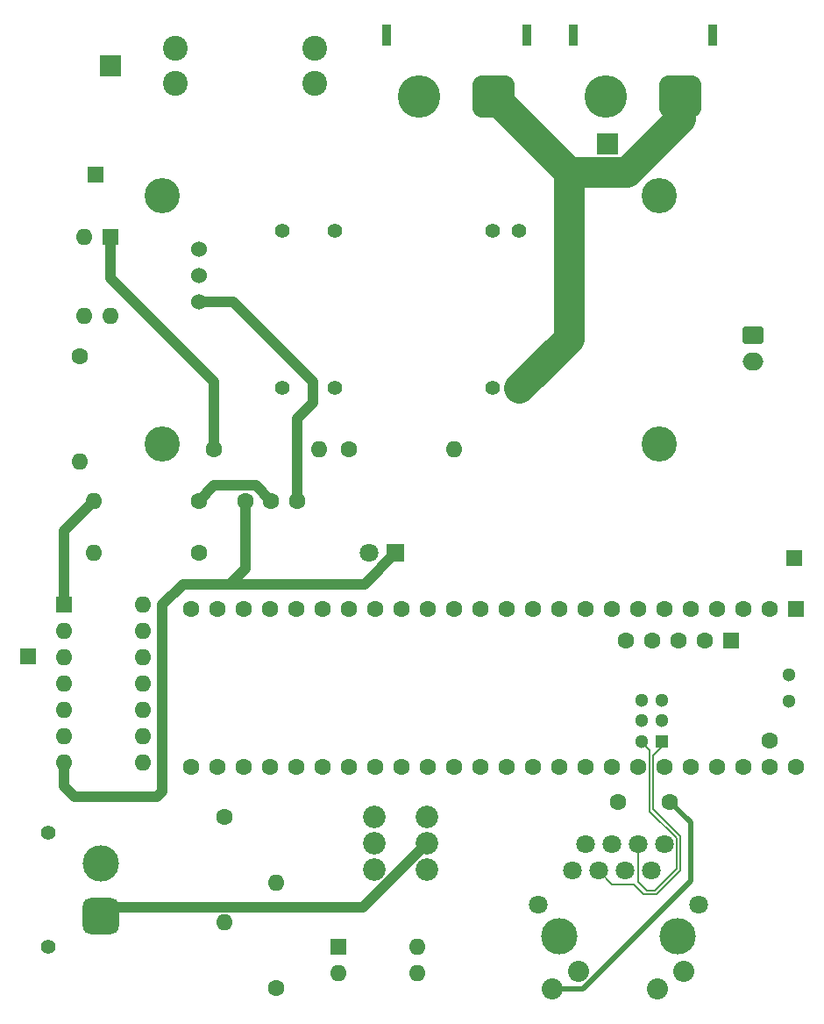
<source format=gbr>
%TF.GenerationSoftware,KiCad,Pcbnew,8.0.8-8.0.8-0~ubuntu22.04.1*%
%TF.CreationDate,2025-02-11T09:02:01+00:00*%
%TF.ProjectId,miniv_motor_controller_board,6d696e69-765f-46d6-9f74-6f725f636f6e,rev?*%
%TF.SameCoordinates,Original*%
%TF.FileFunction,Copper,L2,Bot*%
%TF.FilePolarity,Positive*%
%FSLAX46Y46*%
G04 Gerber Fmt 4.6, Leading zero omitted, Abs format (unit mm)*
G04 Created by KiCad (PCBNEW 8.0.8-8.0.8-0~ubuntu22.04.1) date 2025-02-11 09:02:01*
%MOMM*%
%LPD*%
G01*
G04 APERTURE LIST*
G04 Aperture macros list*
%AMRoundRect*
0 Rectangle with rounded corners*
0 $1 Rounding radius*
0 $2 $3 $4 $5 $6 $7 $8 $9 X,Y pos of 4 corners*
0 Add a 4 corners polygon primitive as box body*
4,1,4,$2,$3,$4,$5,$6,$7,$8,$9,$2,$3,0*
0 Add four circle primitives for the rounded corners*
1,1,$1+$1,$2,$3*
1,1,$1+$1,$4,$5*
1,1,$1+$1,$6,$7*
1,1,$1+$1,$8,$9*
0 Add four rect primitives between the rounded corners*
20,1,$1+$1,$2,$3,$4,$5,0*
20,1,$1+$1,$4,$5,$6,$7,0*
20,1,$1+$1,$6,$7,$8,$9,0*
20,1,$1+$1,$8,$9,$2,$3,0*%
G04 Aperture macros list end*
%TA.AperFunction,ComponentPad*%
%ADD10C,1.600000*%
%TD*%
%TA.AperFunction,ComponentPad*%
%ADD11O,1.600000X1.600000*%
%TD*%
%TA.AperFunction,ComponentPad*%
%ADD12RoundRect,0.250000X-0.750000X0.600000X-0.750000X-0.600000X0.750000X-0.600000X0.750000X0.600000X0*%
%TD*%
%TA.AperFunction,ComponentPad*%
%ADD13O,2.000000X1.700000*%
%TD*%
%TA.AperFunction,ComponentPad*%
%ADD14RoundRect,0.250000X-0.550000X-0.550000X0.550000X-0.550000X0.550000X0.550000X-0.550000X0.550000X0*%
%TD*%
%TA.AperFunction,ComponentPad*%
%ADD15R,1.600000X1.600000*%
%TD*%
%TA.AperFunction,ComponentPad*%
%ADD16R,0.900000X2.000000*%
%TD*%
%TA.AperFunction,ComponentPad*%
%ADD17RoundRect,1.025000X-1.025000X-1.025000X1.025000X-1.025000X1.025000X1.025000X-1.025000X1.025000X0*%
%TD*%
%TA.AperFunction,ComponentPad*%
%ADD18C,4.100000*%
%TD*%
%TA.AperFunction,ComponentPad*%
%ADD19R,1.300000X1.300000*%
%TD*%
%TA.AperFunction,ComponentPad*%
%ADD20C,1.300000*%
%TD*%
%TA.AperFunction,ComponentPad*%
%ADD21C,1.400000*%
%TD*%
%TA.AperFunction,ComponentPad*%
%ADD22RoundRect,0.770000X0.980000X-0.980000X0.980000X0.980000X-0.980000X0.980000X-0.980000X-0.980000X0*%
%TD*%
%TA.AperFunction,ComponentPad*%
%ADD23C,3.500000*%
%TD*%
%TA.AperFunction,ComponentPad*%
%ADD24RoundRect,0.250001X-0.799999X-0.799999X0.799999X-0.799999X0.799999X0.799999X-0.799999X0.799999X0*%
%TD*%
%TA.AperFunction,ComponentPad*%
%ADD25C,2.180000*%
%TD*%
%TA.AperFunction,ComponentPad*%
%ADD26C,1.800000*%
%TD*%
%TA.AperFunction,ComponentPad*%
%ADD27C,2.040000*%
%TD*%
%TA.AperFunction,ComponentPad*%
%ADD28C,1.524000*%
%TD*%
%TA.AperFunction,ComponentPad*%
%ADD29C,2.400000*%
%TD*%
%TA.AperFunction,ComponentPad*%
%ADD30C,3.400000*%
%TD*%
%TA.AperFunction,ComponentPad*%
%ADD31R,1.800000X1.800000*%
%TD*%
%TA.AperFunction,Conductor*%
%ADD32C,1.000000*%
%TD*%
%TA.AperFunction,Conductor*%
%ADD33C,0.127000*%
%TD*%
%TA.AperFunction,Conductor*%
%ADD34C,0.500000*%
%TD*%
%TA.AperFunction,Conductor*%
%ADD35C,3.000000*%
%TD*%
G04 APERTURE END LIST*
D10*
%TO.P,R5,1*%
%TO.N,Net-(R5-Pad1)*%
X68000000Y-144000000D03*
D11*
%TO.P,R5,2*%
%TO.N,Net-(R5-Pad2)*%
X68000000Y-133840000D03*
%TD*%
D12*
%TO.P,J4,1,Pin_1*%
%TO.N,Net-(J4-Pin_1)*%
X114000000Y-81000000D03*
D13*
%TO.P,J4,2,Pin_2*%
%TO.N,Net-(J4-Pin_2)*%
X114000000Y-83500000D03*
%TD*%
D14*
%TO.P,JP4,1,A*%
%TO.N,Net-(JP4-A)*%
X44000000Y-112000000D03*
%TD*%
D15*
%TO.P,U2,1*%
%TO.N,Net-(R5-Pad2)*%
X74000000Y-140000000D03*
D11*
%TO.P,U2,2*%
%TO.N,Net-(SW1-A-Pad1)*%
X74000000Y-142540000D03*
%TO.P,U2,3*%
%TO.N,Net-(SW1-C-Pad3)*%
X81620000Y-142540000D03*
%TO.P,U2,4*%
%TO.N,Net-(SW1-C-Pad6)*%
X81620000Y-140000000D03*
%TD*%
D16*
%TO.P,J2,*%
%TO.N,*%
X78650000Y-52000000D03*
X92150000Y-52000000D03*
D17*
%TO.P,J2,1,Pin_1*%
%TO.N,GNDREF_Bat*%
X89000000Y-58000000D03*
D18*
%TO.P,J2,2,Pin_2*%
%TO.N,Net-(J2-Pin_2)*%
X81800000Y-58000000D03*
%TD*%
D14*
%TO.P,JP6,1,A*%
%TO.N,+12V*%
X50500000Y-65500000D03*
%TD*%
D15*
%TO.P,U1,1,GND*%
%TO.N,GNDREF*%
X118210000Y-107380000D03*
D10*
%TO.P,U1,2,0_RX1_CRX2_CS1*%
%TO.N,unconnected-(U1-0_RX1_CRX2_CS1-Pad2)*%
X115670000Y-107380000D03*
%TO.P,U1,3,1_TX1_CTX2_MISO1*%
%TO.N,unconnected-(U1-1_TX1_CTX2_MISO1-Pad3)*%
X113130000Y-107380000D03*
%TO.P,U1,4,2_OUT2*%
%TO.N,unconnected-(U1-2_OUT2-Pad4)*%
X110590000Y-107380000D03*
%TO.P,U1,5,3_LRCLK2*%
%TO.N,unconnected-(U1-3_LRCLK2-Pad5)*%
X108050000Y-107380000D03*
%TO.P,U1,6,4_BCLK2*%
%TO.N,unconnected-(U1-4_BCLK2-Pad6)*%
X105510000Y-107380000D03*
%TO.P,U1,7,5_IN2*%
%TO.N,unconnected-(U1-5_IN2-Pad7)*%
X102970000Y-107380000D03*
%TO.P,U1,8,6_OUT1D*%
%TO.N,unconnected-(U1-6_OUT1D-Pad8)*%
X100430000Y-107380000D03*
%TO.P,U1,9,7_RX2_OUT1A*%
%TO.N,unconnected-(U1-7_RX2_OUT1A-Pad9)*%
X97890000Y-107380000D03*
%TO.P,U1,10,8_TX2_IN1*%
%TO.N,unconnected-(U1-8_TX2_IN1-Pad10)*%
X95350000Y-107380000D03*
%TO.P,U1,11,9_OUT1C*%
%TO.N,unconnected-(U1-9_OUT1C-Pad11)*%
X92810000Y-107380000D03*
%TO.P,U1,12,10_CS_MQSR*%
%TO.N,unconnected-(U1-10_CS_MQSR-Pad12)*%
X90270000Y-107380000D03*
%TO.P,U1,13,11_MOSI_CTX1*%
%TO.N,unconnected-(U1-11_MOSI_CTX1-Pad13)*%
X87730000Y-107380000D03*
%TO.P,U1,14,12_MISO_MQSL*%
%TO.N,unconnected-(U1-12_MISO_MQSL-Pad14)*%
X85190000Y-107380000D03*
%TO.P,U1,15,3V3*%
%TO.N,unconnected-(U1-3V3-Pad15)*%
X82650000Y-107380000D03*
%TO.P,U1,16,24_A10_TX6_SCL2*%
%TO.N,unconnected-(U1-24_A10_TX6_SCL2-Pad16)*%
X80110000Y-107380000D03*
%TO.P,U1,17,25_A11_RX6_SDA2*%
%TO.N,unconnected-(U1-25_A11_RX6_SDA2-Pad17)*%
X77570000Y-107380000D03*
%TO.P,U1,18,26_A12_MOSI1*%
%TO.N,unconnected-(U1-26_A12_MOSI1-Pad18)*%
X75030000Y-107380000D03*
%TO.P,U1,19,27_A13_SCK1*%
%TO.N,unconnected-(U1-27_A13_SCK1-Pad19)*%
X72490000Y-107380000D03*
%TO.P,U1,20,28_RX7*%
%TO.N,unconnected-(U1-28_RX7-Pad20)*%
X69950000Y-107380000D03*
%TO.P,U1,21,29_TX7*%
%TO.N,unconnected-(U1-29_TX7-Pad21)*%
X67410000Y-107380000D03*
%TO.P,U1,22,30_CRX3*%
%TO.N,unconnected-(U1-30_CRX3-Pad22)*%
X64870000Y-107380000D03*
%TO.P,U1,23,31_CTX3*%
%TO.N,unconnected-(U1-31_CTX3-Pad23)*%
X62330000Y-107380000D03*
%TO.P,U1,24,32_OUT1B*%
%TO.N,unconnected-(U1-32_OUT1B-Pad24)*%
X59790000Y-107380000D03*
%TO.P,U1,25,33_MCLK2*%
%TO.N,unconnected-(U1-33_MCLK2-Pad25)*%
X59790000Y-122620000D03*
%TO.P,U1,26,34_RX8*%
%TO.N,unconnected-(U1-34_RX8-Pad26)*%
X62330000Y-122620000D03*
%TO.P,U1,27,35_TX8*%
%TO.N,unconnected-(U1-35_TX8-Pad27)*%
X64870000Y-122620000D03*
%TO.P,U1,28,36_CS*%
%TO.N,unconnected-(U1-36_CS-Pad28)*%
X67410000Y-122620000D03*
%TO.P,U1,29,37_CS*%
%TO.N,unconnected-(U1-37_CS-Pad29)*%
X69950000Y-122620000D03*
%TO.P,U1,30,38_CS1_IN1*%
%TO.N,unconnected-(U1-38_CS1_IN1-Pad30)*%
X72490000Y-122620000D03*
%TO.P,U1,31,39_MISO1_OUT1A*%
%TO.N,unconnected-(U1-39_MISO1_OUT1A-Pad31)*%
X75030000Y-122620000D03*
%TO.P,U1,32,40_A16*%
%TO.N,unconnected-(U1-40_A16-Pad32)*%
X77570000Y-122620000D03*
%TO.P,U1,33,41_A17*%
%TO.N,Net-(U1-41_A17)*%
X80110000Y-122620000D03*
%TO.P,U1,34,GND*%
%TO.N,Net-(SW1-A-Pad1)*%
X82650000Y-122620000D03*
%TO.P,U1,35,13_SCK_LED*%
%TO.N,unconnected-(U1-13_SCK_LED-Pad35)*%
X85190000Y-122620000D03*
%TO.P,U1,36,14_A0_TX3_SPDIF_OUT*%
%TO.N,unconnected-(U1-14_A0_TX3_SPDIF_OUT-Pad36)*%
X87730000Y-122620000D03*
%TO.P,U1,37,15_A1_RX3_SPDIF_IN*%
%TO.N,unconnected-(U1-15_A1_RX3_SPDIF_IN-Pad37)*%
X90270000Y-122620000D03*
%TO.P,U1,38,16_A2_RX4_SCL1*%
%TO.N,unconnected-(U1-16_A2_RX4_SCL1-Pad38)*%
X92810000Y-122620000D03*
%TO.P,U1,39,17_A3_TX4_SDA1*%
%TO.N,unconnected-(U1-17_A3_TX4_SDA1-Pad39)*%
X95350000Y-122620000D03*
%TO.P,U1,40,18_A4_SDA*%
%TO.N,unconnected-(U1-18_A4_SDA-Pad40)*%
X97890000Y-122620000D03*
%TO.P,U1,41,19_A5_SCL*%
%TO.N,unconnected-(U1-19_A5_SCL-Pad41)*%
X100430000Y-122620000D03*
%TO.P,U1,42,20_A6_TX5_LRCLK1*%
%TO.N,unconnected-(U1-20_A6_TX5_LRCLK1-Pad42)*%
X102970000Y-122620000D03*
%TO.P,U1,43,21_A7_RX5_BCLK1*%
%TO.N,unconnected-(U1-21_A7_RX5_BCLK1-Pad43)*%
X105510000Y-122620000D03*
%TO.P,U1,44,22_A8_CTX1*%
%TO.N,unconnected-(U1-22_A8_CTX1-Pad44)*%
X108050000Y-122620000D03*
%TO.P,U1,45,23_A9_CRX1_MCLK1*%
%TO.N,unconnected-(U1-23_A9_CRX1_MCLK1-Pad45)*%
X110590000Y-122620000D03*
%TO.P,U1,46,3V3*%
%TO.N,unconnected-(U1-3V3-Pad46)*%
X113130000Y-122620000D03*
%TO.P,U1,47,GND*%
%TO.N,unconnected-(U1-GND-Pad47)*%
X115670000Y-122620000D03*
%TO.P,U1,48,VIN*%
%TO.N,Net-(M78AR05-1-Vout)*%
X118210000Y-122620000D03*
%TO.P,U1,49,VUSB*%
%TO.N,unconnected-(U1-VUSB-Pad49)*%
X115670000Y-120080000D03*
D15*
%TO.P,U1,55,5V*%
%TO.N,unconnected-(U1-5V-Pad55)*%
X111910800Y-110430800D03*
D10*
%TO.P,U1,56,D-*%
%TO.N,unconnected-(U1-D--Pad56)*%
X109370800Y-110430800D03*
%TO.P,U1,57,D+*%
%TO.N,unconnected-(U1-D+-Pad57)*%
X106830800Y-110430800D03*
%TO.P,U1,58,GND*%
%TO.N,unconnected-(U1-GND-Pad58)*%
X104290800Y-110430800D03*
%TO.P,U1,59,GND*%
%TO.N,unconnected-(U1-GND-Pad59)*%
X101750800Y-110430800D03*
D19*
%TO.P,U1,60,R+*%
%TO.N,Net-(U1-R+)*%
X105240000Y-120181600D03*
D20*
%TO.P,U1,61,LED*%
%TO.N,Net-(U1-LED)*%
X105240000Y-118181600D03*
%TO.P,U1,62,T-*%
%TO.N,Net-(U1-T-)*%
X105240000Y-116181600D03*
%TO.P,U1,63,T+*%
%TO.N,Net-(U1-T+)*%
X103240000Y-116181600D03*
%TO.P,U1,64,GND*%
%TO.N,Net-(U5-GND)*%
X103240000Y-118181600D03*
%TO.P,U1,65,R-*%
%TO.N,Net-(U1-R-)*%
X103240000Y-120181600D03*
%TO.P,U1,66,D-*%
%TO.N,unconnected-(U1-D--Pad66)*%
X117480000Y-116270000D03*
%TO.P,U1,67,D+*%
%TO.N,unconnected-(U1-D+-Pad67)*%
X117480000Y-113730000D03*
%TD*%
D21*
%TO.P,J3,*%
%TO.N,*%
X46000000Y-140000000D03*
X46000000Y-129000000D03*
D22*
%TO.P,J3,1,Pin_1*%
%TO.N,Net-(J3-Pin_1)*%
X51000000Y-137000000D03*
D23*
%TO.P,J3,2,Pin_2*%
%TO.N,Net-(J3-Pin_2)*%
X51000000Y-132000000D03*
%TD*%
D10*
%TO.P,R1,1*%
%TO.N,Net-(SW2-B)*%
X60500000Y-97000000D03*
D11*
%TO.P,R1,2*%
%TO.N,Net-(U6-1A)*%
X50340000Y-97000000D03*
%TD*%
D16*
%TO.P,J1,*%
%TO.N,*%
X96650000Y-52000000D03*
X110150000Y-52000000D03*
D17*
%TO.P,J1,1,Pin_1*%
%TO.N,GNDREF_Bat*%
X107000000Y-58000000D03*
D18*
%TO.P,J1,2,Pin_2*%
%TO.N,Net-(J1-Pin_2)*%
X99800000Y-58000000D03*
%TD*%
D24*
%TO.P,JP7,1,A*%
%TO.N,Net-(J1-Pin_2)*%
X100000000Y-62500000D03*
%TD*%
D15*
%TO.P,U6,1,1A*%
%TO.N,Net-(U6-1A)*%
X47500000Y-107000000D03*
D11*
%TO.P,U6,2,1B*%
%TO.N,Net-(U6-1B)*%
X47500000Y-109540000D03*
%TO.P,U6,3,1Y*%
%TO.N,Net-(JP4-A)*%
X47500000Y-112080000D03*
%TO.P,U6,4,2A*%
%TO.N,unconnected-(U6-2A-Pad4)*%
X47500000Y-114620000D03*
%TO.P,U6,5,2B*%
%TO.N,unconnected-(U6-2B-Pad5)*%
X47500000Y-117160000D03*
%TO.P,U6,6,2Y*%
%TO.N,unconnected-(U6-2Y-Pad6)*%
X47500000Y-119700000D03*
%TO.P,U6,7,GND*%
%TO.N,GNDREF*%
X47500000Y-122240000D03*
%TO.P,U6,8,3Y*%
%TO.N,unconnected-(U6-3Y-Pad8)*%
X55120000Y-122240000D03*
%TO.P,U6,9,3A*%
%TO.N,unconnected-(U6-3A-Pad9)*%
X55120000Y-119700000D03*
%TO.P,U6,10,3B*%
%TO.N,unconnected-(U6-3B-Pad10)*%
X55120000Y-117160000D03*
%TO.P,U6,11,4Y*%
%TO.N,unconnected-(U6-4Y-Pad11)*%
X55120000Y-114620000D03*
%TO.P,U6,12,4A*%
%TO.N,unconnected-(U6-4A-Pad12)*%
X55120000Y-112080000D03*
%TO.P,U6,13,4B*%
%TO.N,unconnected-(U6-4B-Pad13)*%
X55120000Y-109540000D03*
%TO.P,U6,14,Vcc*%
%TO.N,Net-(M78AR05-1-Vout)*%
X55120000Y-107000000D03*
%TD*%
D25*
%TO.P,SW1,1,A*%
%TO.N,Net-(SW1-A-Pad1)*%
X82540000Y-127460000D03*
%TO.P,SW1,2,B*%
%TO.N,Net-(J3-Pin_1)*%
X82540000Y-130000000D03*
%TO.P,SW1,3,C*%
%TO.N,Net-(SW1-C-Pad3)*%
X82540000Y-132540000D03*
%TO.P,SW1,4,A*%
%TO.N,Net-(U1-41_A17)*%
X77460000Y-127460000D03*
%TO.P,SW1,5,B*%
%TO.N,Net-(J3-Pin_2)*%
X77460000Y-130000000D03*
%TO.P,SW1,6,C*%
%TO.N,Net-(SW1-C-Pad6)*%
X77460000Y-132540000D03*
%TD*%
D26*
%TO.P,U5,*%
%TO.N,*%
X93250000Y-135950000D03*
D23*
X95285000Y-139000000D03*
X106715000Y-139000000D03*
D26*
X108750000Y-135950000D03*
%TO.P,U5,1,TD+*%
%TO.N,Net-(U1-T+)*%
X96555000Y-132650000D03*
%TO.P,U5,2,TD-*%
%TO.N,Net-(U1-T-)*%
X97825000Y-130110000D03*
%TO.P,U5,3,RD+*%
%TO.N,Net-(U1-R+)*%
X99095000Y-132650000D03*
%TO.P,U5,4,CT*%
%TO.N,Net-(C1-Pad2)*%
X100365000Y-130110000D03*
%TO.P,U5,5,CT*%
X101635000Y-132650000D03*
%TO.P,U5,6,RD-*%
%TO.N,Net-(U1-R-)*%
X102905000Y-130110000D03*
%TO.P,U5,7*%
%TO.N,unconnected-(U5-Pad7)*%
X104175000Y-132650000D03*
%TO.P,U5,8,GND*%
%TO.N,Net-(U5-GND)*%
X105445000Y-130110000D03*
D27*
%TO.P,U5,9*%
X94675000Y-144080000D03*
%TO.P,U5,10*%
%TO.N,Net-(U1-LED)*%
X97215000Y-142380000D03*
%TO.P,U5,11*%
%TO.N,unconnected-(U5-Pad11)*%
X104785000Y-144080000D03*
%TO.P,U5,12*%
%TO.N,unconnected-(U5-Pad12)*%
X107325000Y-142380000D03*
%TD*%
D28*
%TO.P,M78AR05-1,1,Vin*%
%TO.N,+12V*%
X60500000Y-72710000D03*
%TO.P,M78AR05-1,2,GND*%
%TO.N,GNDREF*%
X60500000Y-75250000D03*
%TO.P,M78AR05-1,3,Vout*%
%TO.N,Net-(M78AR05-1-Vout)*%
X60516000Y-77790000D03*
%TD*%
D29*
%TO.P,F1,1*%
%TO.N,Net-(J2-Pin_2)*%
X71735000Y-56700000D03*
X71735000Y-53300000D03*
%TO.P,F1,2*%
%TO.N,Net-(JP2-A)*%
X58265000Y-56700000D03*
X58265000Y-53300000D03*
%TD*%
D10*
%TO.P,R2,1*%
%TO.N,Net-(R2-Pad1)*%
X49000000Y-83000000D03*
D11*
%TO.P,R2,2*%
%TO.N,Net-(U6-1B)*%
X49000000Y-93160000D03*
%TD*%
D14*
%TO.P,JP5,1,A*%
%TO.N,GNDREF*%
X118000000Y-102500000D03*
%TD*%
D30*
%TO.P,U4,*%
%TO.N,*%
X105000000Y-91500000D03*
X105000000Y-67500000D03*
X57000000Y-91500000D03*
X57000000Y-67500000D03*
%TD*%
D15*
%TO.P,U3,1*%
%TO.N,Net-(R7-Pad1)*%
X52000000Y-71500000D03*
D11*
%TO.P,U3,2*%
%TO.N,Net-(J4-Pin_1)*%
X49460000Y-71500000D03*
%TO.P,U3,3*%
%TO.N,Net-(R2-Pad1)*%
X49460000Y-79120000D03*
%TO.P,U3,4*%
%TO.N,Net-(M78AR05-1-Vout)*%
X52000000Y-79120000D03*
%TD*%
D24*
%TO.P,JP2,1,A*%
%TO.N,Net-(JP2-A)*%
X52000000Y-55000000D03*
%TD*%
D10*
%TO.P,SW2,1,A*%
%TO.N,GNDREF*%
X65000000Y-97000000D03*
%TO.P,SW2,2,B*%
%TO.N,Net-(SW2-B)*%
X67500000Y-97000000D03*
%TO.P,SW2,3,C*%
%TO.N,Net-(M78AR05-1-Vout)*%
X70000000Y-97000000D03*
%TD*%
%TO.P,R8,1*%
%TO.N,Net-(R7-Pad2)*%
X75000000Y-92000000D03*
D11*
%TO.P,R8,2*%
%TO.N,Net-(J4-Pin_2)*%
X85160000Y-92000000D03*
%TD*%
D21*
%TO.P,U7,*%
%TO.N,*%
X73680000Y-86110000D03*
%TO.P,U7,2,-Vin*%
%TO.N,GNDREF_Bat*%
X91460000Y-86110000D03*
%TO.P,U7,3,-Vin*%
X88920000Y-86110000D03*
%TO.P,U7,11,NC*%
%TO.N,unconnected-(U7-NC-Pad11)*%
X68600000Y-86110000D03*
%TO.P,U7,14,+Vout*%
%TO.N,+12V*%
X68600000Y-70890000D03*
%TO.P,U7,16,-Vout*%
%TO.N,GNDREF*%
X73680000Y-70890000D03*
%TO.P,U7,22,+Vin*%
%TO.N,Net-(J1-Pin_2)*%
X88920000Y-70890000D03*
%TO.P,U7,23,+Vin*%
X91460000Y-70890000D03*
%TD*%
D10*
%TO.P,R6,1*%
%TO.N,Net-(U1-41_A17)*%
X63000000Y-127500000D03*
D11*
%TO.P,R6,2*%
%TO.N,Net-(R5-Pad1)*%
X63000000Y-137660000D03*
%TD*%
D31*
%TO.P,D2,1,K*%
%TO.N,GNDREF*%
X79500000Y-102000000D03*
D26*
%TO.P,D2,2,A*%
%TO.N,Net-(D2-A)*%
X76960000Y-102000000D03*
%TD*%
D10*
%TO.P,R7,1*%
%TO.N,Net-(R7-Pad1)*%
X62000000Y-92000000D03*
D11*
%TO.P,R7,2*%
%TO.N,Net-(R7-Pad2)*%
X72160000Y-92000000D03*
%TD*%
D10*
%TO.P,C1,1*%
%TO.N,Net-(U5-GND)*%
X106000000Y-126000000D03*
%TO.P,C1,2*%
%TO.N,Net-(C1-Pad2)*%
X101000000Y-126000000D03*
%TD*%
%TO.P,R4,1*%
%TO.N,Net-(D2-A)*%
X60500000Y-102000000D03*
D11*
%TO.P,R4,2*%
%TO.N,Net-(JP4-A)*%
X50340000Y-102000000D03*
%TD*%
D32*
%TO.N,Net-(M78AR05-1-Vout)*%
X71500000Y-87500000D02*
X70000000Y-89000000D01*
X63790000Y-77790000D02*
X71500000Y-85500000D01*
X71500000Y-85500000D02*
X71500000Y-87500000D01*
X60516000Y-77790000D02*
X63790000Y-77790000D01*
X70000000Y-89000000D02*
X70000000Y-97000000D01*
%TO.N,Net-(SW2-B)*%
X62000000Y-95500000D02*
X60500000Y-97000000D01*
X66000000Y-95500000D02*
X62000000Y-95500000D01*
X67500000Y-97000000D02*
X66000000Y-95500000D01*
D33*
%TO.N,Net-(U1-R-)*%
X106680000Y-129540000D02*
X106680000Y-132461000D01*
X102905000Y-133766000D02*
X102905000Y-130110000D01*
X103759000Y-134620000D02*
X102905000Y-133766000D01*
X103240000Y-120181600D02*
X104067000Y-121008600D01*
X104067000Y-121008600D02*
X104067000Y-126927000D01*
X106680000Y-132461000D02*
X104521000Y-134620000D01*
X104067000Y-126927000D02*
X106680000Y-129540000D01*
X104521000Y-134620000D02*
X103759000Y-134620000D01*
D34*
%TO.N,Net-(U5-GND)*%
X106000000Y-126000000D02*
X108000000Y-128000000D01*
X97593894Y-144080000D02*
X94675000Y-144080000D01*
X108000000Y-133673894D02*
X97593894Y-144080000D01*
X108000000Y-128000000D02*
X108000000Y-133673894D01*
D33*
%TO.N,Net-(U1-R+)*%
X107007000Y-132642000D02*
X107007000Y-129359000D01*
X104394000Y-126746000D02*
X104394000Y-121539000D01*
X104702000Y-134947000D02*
X107007000Y-132642000D01*
X107007000Y-129359000D02*
X104394000Y-126746000D01*
X100430000Y-133985000D02*
X102489000Y-133985000D01*
X99095000Y-132650000D02*
X100430000Y-133985000D01*
X104394000Y-121539000D02*
X105240000Y-120693000D01*
X102489000Y-133985000D02*
X103451000Y-134947000D01*
X103451000Y-134947000D02*
X104702000Y-134947000D01*
D32*
%TO.N,Net-(R7-Pad1)*%
X62000000Y-85500000D02*
X62000000Y-92000000D01*
X52000000Y-71500000D02*
X52000000Y-75500000D01*
X52000000Y-75500000D02*
X62000000Y-85500000D01*
%TO.N,Net-(J3-Pin_1)*%
X82540000Y-130000000D02*
X76380000Y-136160000D01*
X51840000Y-136160000D02*
X51000000Y-137000000D01*
X76380000Y-136160000D02*
X51840000Y-136160000D01*
%TO.N,GNDREF*%
X79500000Y-102000000D02*
X76500000Y-105000000D01*
X76500000Y-105000000D02*
X63500000Y-105000000D01*
X59000000Y-105000000D02*
X57000000Y-107000000D01*
X65000000Y-103500000D02*
X63500000Y-105000000D01*
X56500000Y-125500000D02*
X48500000Y-125500000D01*
X63500000Y-105000000D02*
X59000000Y-105000000D01*
X65000000Y-97000000D02*
X65000000Y-103500000D01*
X48500000Y-125500000D02*
X47500000Y-124500000D01*
X57000000Y-107000000D02*
X57000000Y-125000000D01*
X57000000Y-125000000D02*
X56500000Y-125500000D01*
X47500000Y-124500000D02*
X47500000Y-122240000D01*
D35*
%TO.N,GNDREF_Bat*%
X96250000Y-65250000D02*
X89000000Y-58000000D01*
X107000000Y-58000000D02*
X107000000Y-60049999D01*
X101799999Y-65250000D02*
X96250000Y-65250000D01*
X96250000Y-81320000D02*
X96250000Y-65250000D01*
X107000000Y-60049999D02*
X101799999Y-65250000D01*
X91460000Y-86110000D02*
X96250000Y-81320000D01*
D32*
%TO.N,Net-(U6-1A)*%
X50340000Y-97000000D02*
X47500000Y-99840000D01*
X47500000Y-99840000D02*
X47500000Y-107000000D01*
%TD*%
M02*

</source>
